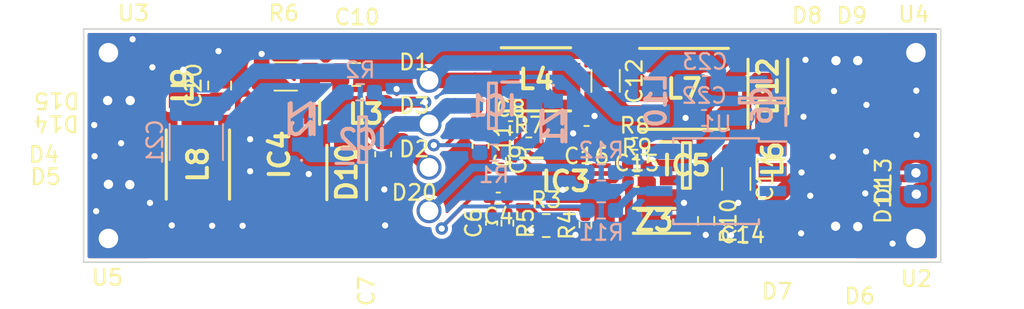
<source format=kicad_pcb>
(kicad_pcb (version 20211014) (generator pcbnew)
  (layers (0 "F.Cu" signal) (1 "In1.Cu" signal) (2 "In2.Cu" signal) (31 "B.Cu" signal) (34 "B.Paste" user) (35 "F.Paste" user) (36 "B.SilkS" user "B.Silkscreen") (37 "F.SilkS" user "F.Silkscreen") (38 "B.Mask" user) (39 "F.Mask" user) (44 "Edge.Cuts" user))
  (net 0 "")
  (net 1 "GND")
  (net 2 "Net-(C11-Pad1)")
  (net 3 "Net-(C4-Pad1)")
  (net 4 "Net-(C4-Pad2)")
  (net 5 "Net-(C6-Pad1)")
  (net 6 "Net-(C7-Pad1)")
  (net 7 "Net-(C8-Pad2)")
  (net 8 "Net-(C9-Pad2)")
  (net 9 "Net-(C10-Pad1)")
  (net 10 "Net-(C12-Pad1)")
  (net 11 "Net-(C14-Pad1)")
  (net 12 "Net-(C15-Pad1)")
  (net 13 "Net-(C17-Pad1)")
  (net 14 "Net-(C20-Pad1)")
  (net 15 "Net-(C22-Pad1)")
  (net 16 "Net-(C23-Pad1)")
  (net 17 "Net-(D3-Pad1)")
  (net 18 "Net-(D4-Pad1)")
  (net 19 "Net-(D5-Pad1)")
  (net 20 "Net-(D7-Pad1)")
  (net 21 "Net-(D10-Pad2)")
  (net 22 "Net-(D11-Pad1)")
  (net 23 "Net-(D12-Pad2)")
  (net 24 "Net-(D13-Pad1)")
  (net 25 "Net-(D15-Pad1)")
  (net 26 "Net-(D20-Pad1)")
  (net 27 "Net-(IC1-Pad1)")
  (net 28 "Net-(IC2-Pad1)")
  (net 29 "Net-(IC3-Pad3)")
  (net 30 "Net-(IC3-Pad8)")
  (net 33 "Net-(IC5-Pad1)")
  (net 34 "Net-(IC5-Pad2)")
  (net 35 "Net-(R11-Pad2)")
  (net 36 "Net-(R12-Pad1)")
  (net 41 "Net-(C16-Pad1)")
  (footprint "libraries:Wire_Pad_01" (layer "F.Cu") (at 102.9716 103.6574 180)
    (fp_text reference "D15")
    (fp_text value "Wire_Pad_01")
  )
  (footprint "Capacitor_SMD:C_0603_1608Metric_Pad1.08x0.95mm_HandSolder" (layer "F.Cu") (at 132.2832 105.801 180)
    (fp_text reference "C16")
    (fp_text value "C")
  )
  (footprint "libraries:INDPM5752X300N" (layer "F.Cu") (at 138.5316 102.9054)
    (fp_text reference "L7")
    (fp_text value "SRP7050AA-220M" hide)
  )
  (footprint "libraries:SOIC127P600X175-9N" (layer "F.Cu") (at 112.5728 107.1372 -90)
    (fp_text reference "IC4")
    (fp_text value "PAM2863ECR" hide)
  )
  (footprint "libraries:INDC2016X80N" (layer "F.Cu") (at 117.856 104.267 180)
    (fp_text reference "L3")
    (fp_text value "SRP4020TA-100M" hide)
  )
  (footprint "Resistor_SMD:R_0603_1608Metric_Pad0.98x0.95mm_HandSolder" (layer "F.Cu") (at 139.954 111.389 -90)
    (fp_text reference "R10")
    (fp_text value "R")
  )
  (footprint "Capacitor_SMD:C_0402_1005Metric_Pad0.74x0.62mm_HandSolder" (layer "F.Cu") (at 126.746 107.452 -90)
    (fp_text reference "C9")
    (fp_text value "C")
  )
  (footprint "mount_holes:Hole_screw_M1p2" (layer "F.Cu") (at 153.416 112.522)
    (fp_text reference "U2")
    (fp_text value "Mounting_Hole_M2")
  )
  (footprint "Capacitor_SMD:C_0805_2012Metric_Pad1.18x1.45mm_HandSolder" (layer "F.Cu") (at 117.5004 101.981)
    (fp_text reference "C10")
    (fp_text value "C")
  )
  (footprint "Resistor_SMD:R_0402_1005Metric_Pad0.72x0.64mm_HandSolder" (layer "F.Cu") (at 127.2032 111.5447 -90)
    (fp_text reference "R5")
    (fp_text value "R")
  )
  (footprint "libraries:Wire_Pad_01" (layer "F.Cu") (at 102.9716 109.0422)
    (fp_text reference "D5")
    (fp_text value "Wire_Pad_01")
  )
  (footprint "libraries:Wire_Pad_01" (layer "F.Cu") (at 148.2598 111.7092)
    (fp_text reference "D7")
    (fp_text value "Wire_Pad_01")
  )
  (footprint "libraries:SOP50P490X110-11N" (layer "F.Cu") (at 130.937 108.849)
    (fp_text reference "IC3")
    (fp_text value "TPS40211QDGQRQ1" hide)
  )
  (footprint "libraries:WireHole_1p2" (layer "F.Cu") (at 122.174 105.156)
    (fp_text reference "D3")
    (fp_text value "WireHole_1p5")
  )
  (footprint "libraries:WireHole_1p2" (layer "F.Cu") (at 122.174 102.362)
    (fp_text reference "D1")
    (fp_text value "WireHole_1p5")
  )
  (footprint "libraries:Wire_Pad_01" (layer "F.Cu") (at 153.416 108.331 90)
    (fp_text reference "D13")
    (fp_text value "Wire_Pad_01")
  )
  (footprint "Resistor_SMD:R_0402_1005Metric_Pad0.72x0.64mm_HandSolder" (layer "F.Cu") (at 135.509 107.833)
    (fp_text reference "R9")
    (fp_text value "R")
  )
  (footprint "libraries:INDPM4441X200N" (layer "F.Cu") (at 129.032 102.2958)
    (fp_text reference "L4")
    (fp_text value "SRP5030T-100M" hide)
  )
  (footprint "libraries:Wire_Pad_01" (layer "F.Cu") (at 101.5746 103.6574 180)
    (fp_text reference "D14")
    (fp_text value "Wire_Pad_01")
  )
  (footprint "libraries:SODFL4626X120N" (layer "F.Cu") (at 116.8908 108.2802 -90)
    (fp_text reference "D10")
    (fp_text value "SS36" hide)
  )
  (footprint "libraries:WireHole_1p2" (layer "F.Cu") (at 122.174 107.95)
    (fp_text reference "D2")
    (fp_text value "WireHole_1p5")
  )
  (footprint "libraries:INDPM4441X200N" (layer "F.Cu") (at 107.3404 107.7722 90)
    (fp_text reference "L8")
    (fp_text value "SRP4020TA-100M" hide)
  )
  (footprint "Resistor_SMD:R_1206_3216Metric_Pad1.30x1.75mm_HandSolder" (layer "F.Cu") (at 112.9792 102.108)
    (fp_text reference "R6")
    (fp_text value "R")
  )
  (footprint "libraries:SOT95P251X112-3N" (layer "F.Cu") (at 138.684 107.833)
    (fp_text reference "IC5")
    (fp_text value "FDN8601" hide)
  )
  (footprint "Capacitor_SMD:C_0603_1608Metric_Pad1.08x0.95mm_HandSolder" (layer "F.Cu") (at 142.4432 112.3034 180)
    (fp_text reference "C14")
    (fp_text value "C")
  )
  (footprint "Capacitor_SMD:C_1206_3216Metric_Pad1.33x1.80mm_HandSolder" (layer "F.Cu") (at 133.5024 102.3974 -90)
    (fp_text reference "C12")
    (fp_text value "C")
  )
  (footprint "Capacitor_SMD:C_0402_1005Metric_Pad0.74x0.62mm_HandSolder" (layer "F.Cu") (at 126.619 109.9312 180)
    (fp_text reference "C4")
    (fp_text value "C")
  )
  (footprint "libraries:Wire_Pad_01" (layer "F.Cu") (at 149.6822 111.7346)
    (fp_text reference "D6")
    (fp_text value "Wire_Pad_01")
  )
  (footprint "Capacitor_SMD:C_0402_1005Metric_Pad0.74x0.62mm_HandSolder" (layer "F.Cu") (at 126.1872 111.5314 90)
    (fp_text reference "C6")
    (fp_text value "C")
  )
  (footprint "libraries:INDC2016X80N" (layer "F.Cu") (at 106.3752 102.6922 90)
    (fp_text reference "L9")
    (fp_text value "TFM201610ALC-R47MTAA" hide)
  )
  (footprint "libraries:Wire_Pad_01" (layer "F.Cu") (at 101.6 109.0422)
    (fp_text reference "D4")
    (fp_text value "Wire_Pad_01")
  )
  (footprint "Capacitor_SMD:C_0402_1005Metric_Pad0.74x0.62mm_HandSolder" (layer "F.Cu") (at 127.4064 105.3438)
    (fp_text reference "C8")
    (fp_text value "C")
  )
  (footprint "mount_holes:Hole_screw_M1p2" (layer "F.Cu") (at 101.6 112.522)
    (fp_text reference "U5")
    (fp_text value "Mounting_Hole_M2")
  )
  (footprint "Capacitor_SMD:C_0603_1608Metric_Pad1.08x0.95mm_HandSolder" (layer "F.Cu") (at 119.2276 107.1118 -90)
    (fp_text reference "C7")
    (fp_text value "C")
  )
  (footprint "mount_holes:Hole_screw_M1p2" (layer "F.Cu") (at 153.416 100.584)
    (fp_text reference "U4")
    (fp_text value "Mounting_Hole_M2")
  )
  (footprint "mount_holes:Hole_screw_M1p2" (layer "F.Cu") (at 101.6 100.584)
    (fp_text reference "U3")
    (fp_text value "Mounting_Hole_M2")
  )
  (footprint "Resistor_SMD:R_0402_1005Metric_Pad0.72x0.64mm_HandSolder" (layer "F.Cu") (at 135.382 106.436)
    (fp_text reference "R8")
    (fp_text value "R")
  )
  (footprint "libraries:WireHole_1p2" (layer "F.Cu") (at 122.174 110.744)
    (fp_text reference "D20")
    (fp_text value "WireHole_1p5")
  )
  (footprint "Resistor_SMD:R_0402_1005Metric_Pad0.72x0.64mm_HandSolder" (layer "F.Cu") (at 128.5748 106.4106)
    (fp_text reference "R7")
    (fp_text value "R")
  )
  (footprint "libraries:Wire_Pad_01" (layer "F.Cu") (at 148.2598 101.092)
    (fp_text reference "D8")
    (fp_text value "Wire_Pad_01")
  )
  (footprint "libraries:SOD3616X130N" (layer "F.Cu") (at 136.6196 111.389 180)
    (fp_text reference "Z3")
    (fp_text value "BZT52-C5V1J" hide)
  )
  (footprint "Capacitor_SMD:C_0805_2012Metric_Pad1.18x1.45mm_HandSolder" (layer "F.Cu") (at 108.7374 102.6922 90)
    (fp_text reference "C20")
    (fp_text value "C")
  )
  (footprint "Capacitor_SMD:C_0402_1005Metric_Pad0.74x0.62mm_HandSolder" (layer "F.Cu") (at 135.509 108.849)
    (fp_text reference "C15")
    (fp_text value "C")
  )
  (footprint "libraries:Wire_Pad_01" (layer "F.Cu") (at 153.3906 109.6772 90)
    (fp_text reference "D11")
    (fp_text value "Wire_Pad_01")
  )
  (footprint "libraries:Wire_Pad_01" (layer "F.Cu") (at 149.7076 101.092)
    (fp_text reference "D9")
    (fp_text value "Wire_Pad_01")
  )
  (footprint "libraries:SODFL4626X120N" (layer "F.Cu") (at 143.9164 102.753 90)
    (fp_text reference "D12")
    (fp_text value "SS36" hide)
  )
  (footprint "Resistor_SMD:R_0402_1005Metric_Pad0.72x0.64mm_HandSolder" (layer "F.Cu") (at 132.207 111.643 90)
    (fp_text reference "R4")
    (fp_text value "R")
  )
  (footprint "Capacitor_SMD:C_0603_1608Metric_Pad1.08x0.95mm_HandSolder" (layer "F.Cu") (at 125.476 106.563 -90)
    (fp_text reference "C11")
    (fp_text value "C")
  )
  (footprint "Capacitor_SMD:C_1206_3216Metric_Pad1.33x1.80mm_HandSolder" (layer "F.Cu") (at 141.8844 108.6966 -90)
    (fp_text reference "C17")
    (fp_text value "C")
  )
  (footprint "libraries:INDC2016X80N" (layer "F.Cu") (at 144.2212 107.4266 90)
    (fp_text reference "L6")
    (fp_text value "TFM201610ALC-R47MTAA" hide)
  )
  (footprint "Resistor_SMD:R_0805_2012Metric_Pad1.20x1.40mm_HandSolder" (layer "F.Cu") (at 129.6924 111.6938)
    (fp_text reference "R3")
    (fp_text value "R")
  )
  (footprint "Resistor_SMD:R_0603_1608Metric_Pad0.98x0.95mm_HandSolder" (layer "B.Cu") (at 126.3415 107.0102)
    (fp_text reference "R1")
    (fp_text value "R")
  )
  (footprint "Capacitor_SMD:C_1812_4532Metric_Pad1.57x3.40mm_HandSolder" (layer "B.Cu") (at 107.2388 106.3244 -90)
    (fp_text reference "C21")
    (fp_text value "C")
  )
  (footprint "Capacitor_SMD:C_0603_1608Metric_Pad1.08x0.95mm_HandSolder" (layer "B.Cu") (at 139.827 104.775 180)
    (fp_text reference "C22")
    (fp_text value "C")
  )
  (footprint "Resistor_SMD:R_0603_1608Metric_Pad0.98x0.95mm_HandSolder" (layer "B.Cu") (at 133.223 108.2802 180)
    (fp_text reference "R12")
    (fp_text value "R")
  )
  (footprint "libraries:SOT95P251X112-3N" (layer "B.Cu") (at 117.9068 106.172)
    (fp_text reference "IC2")
    (fp_text value "FDN8601" hide)
  )
  (footprint "libraries:INDC2016X80N" (layer "B.Cu") (at 136.7282 103.6574 90)
    (fp_text reference "L10")
    (fp_text value "TFM201610ALC-R47MTAA" hide)
  )
  (footprint "libraries:SOT95P251X112-3N" (layer "B.Cu") (at 126.24055 103.9978 180)
    (fp_text reference "IC1")
    (fp_text value "FDN8601" hide)
  )
  (footprint "Package_SO:SOIC-8W_5.3x5.3mm_P1.27mm" (layer "B.Cu") (at 140.589 108.839 180)
    (fp_text reference "U1")
    (fp_text value "ATtiny25-20S")
  )
  (footprint "libraries:BZT52C12J" (layer "B.Cu") (at 130.15215 105.3186 -90)
    (fp_text reference "Z1")
    (fp_text value "BZT52-C12J" hide)
  )
  (footprint "Resistor_SMD:R_0603_1608Metric_Pad0.98x0.95mm_HandSolder" (layer "B.Cu") (at 117.7544 103.124 180)
    (fp_text reference "R2")
    (fp_text value "R")
  )
  (footprint "libraries:BZT52C12J" (layer "B.Cu") (at 113.9952 104.8512 90)
    (fp_text reference "Z2")
    (fp_text value "BZT52-C12J" hide)
  )
  (footprint "Resistor_SMD:R_0603_1608Metric_Pad0.98x0.95mm_HandSolder" (layer "B.Cu") (at 133.223 110.7186)
    (fp_text reference "R11")
    (fp_text value "R")
  )
  (footprint "Capacitor_SMD:C_0603_1608Metric_Pad1.08x0.95mm_HandSolder" (layer "B.Cu") (at 139.8778 102.5906 180)
    (fp_text reference "C23")
    (fp_text value "C")
  )
  (footprint "libraries:SOT96P240X110-3N" (layer "B.Cu") (at 143.5354 103.6574 90)
    (fp_text reference "IC6")
    (fp_text value "ZXTR2105FQ-7" hide)
  )
  (gr_line (start 100.008 114.046) (end 155.008 114.046) (layer "Edge.Cuts") (width 0.1))
  (gr_line (start 155.008 114.046) (end 155.008 99.06) (layer "Edge.Cuts") (width 0.1))
  (gr_line (start 100.008 99.06) (end 155.008 99.06) (layer "Edge.Cuts") (width 0.1))
  (gr_line (start 100.008 99.06) (end 100.008 114.046) (layer "Edge.Cuts") (width 0.1))
  (via (at 130.7592 109.3978) (size 0.8) (drill 0.4) (layers "F.Cu" "B.Cu") (net 1))
  (via (at 114.4524 108.3818) (size 0.8) (drill 0.4) (layers "F.Cu" "B.Cu") (net 1))
  (via (at 128.7272 111.9886) (size 0.8) (drill 0.4) (layers "F.Cu" "B.Cu") (net 1))
  (via (at 146.05 112.1918) (size 0.8) (drill 0.4) (layers "F.Cu" "B.Cu") (net 1))
  (via (at 146.3294 101.0412) (size 0.8) (drill 0.4) (layers "F.Cu" "B.Cu") (net 1))
  (via (at 138.5316 110.236) (size 0.8) (drill 0.4) (layers "F.Cu" "B.Cu") (net 1))
  (via (at 110.6932 108.204) (size 0.8) (drill 0.4) (layers "F.Cu" "B.Cu") (net 1))
  (via (at 146.2024 104.6988) (size 0.8) (drill 0.4) (layers "F.Cu" "B.Cu") (net 1))
  (via (at 100.6856 105.2322) (size 0.8) (drill 0.4) (layers "F.Cu" "B.Cu") (net 1))
  (via (at 131.4196 105.7656) (size 0.8) (drill 0.4) (layers "F.Cu" "B.Cu") (net 1))
  (via (at 150.241 103.9368) (size 0.8) (drill 0.4) (layers "F.Cu" "B.Cu") (net 1))
  (via (at 104.267 110.236) (size 0.8) (drill 0.4) (layers "F.Cu" "B.Cu") (net 1))
  (via (at 119.3546 111.6838) (size 0.8) (drill 0.4) (layers "F.Cu" "B.Cu") (net 1))
  (via (at 139.9286 112.2934) (size 0.8) (drill 0.4) (layers "F.Cu" "B.Cu") (net 1))
  (via (at 104.4194 101.5238) (size 0.8) (drill 0.4) (layers "F.Cu" "B.Cu") (net 1))
  (via (at 108.6612 100.4824) (size 0.8) (drill 0.4) (layers "F.Cu" "B.Cu") (net 1))
  (via (at 151.9174 112.8522) (size 0.8) (drill 0.4) (layers "F.Cu" "B.Cu") (net 1))
  (via (at 105.664 111.6838) (size 0.8) (drill 0.4) (layers "F.Cu" "B.Cu") (net 1))
  (via (at 153.4414 103.0224) (size 0.8) (drill 0.4) (layers "F.Cu" "B.Cu") (net 1))
  (via (at 103.1494 99.7204) (size 0.8) (drill 0.4) (layers "F.Cu" "B.Cu") (net 1))
  (via (at 110.2106 111.7092) (size 0.8) (drill 0.4) (layers "F.Cu" "B.Cu") (net 1))
  (via (at 150.2156 106.934) (size 0.8) (drill 0.4) (layers "F.Cu" "B.Cu") (net 1))
  (via (at 141.5542 112.3188) (size 0.8) (drill 0.4) (layers "F.Cu" "B.Cu") (net 1))
  (via (at 102.4128 106.4006) (size 0.8) (drill 0.4) (layers "F.Cu" "B.Cu") (net 1))
  (via (at 110.6932 106.1466) (size 0.8) (drill 0.4) (layers "F.Cu" "B.Cu") (net 1))
  (via (at 148.082 107.2642) (size 0.8) (drill 0.4) (layers "F.Cu" "B.Cu") (net 1))
  (via (at 153.4668 105.8672) (size 0.8) (drill 0.4) (layers "F.Cu" "B.Cu") (net 1))
  (via (at 100.711 107.2388) (size 0.8) (drill 0.4) (layers "F.Cu" "B.Cu") (net 1))
  (via (at 146.6342 109.7788) (size 0.8) (drill 0.4) (layers "F.Cu" "B.Cu") (net 1))
  (via (at 108.2548 111.7092) (size 0.8) (drill 0.4) (layers "F.Cu" "B.Cu") (net 1))
  (via (at 148.1582 103.0478) (size 0.8) (drill 0.4) (layers "F.Cu" "B.Cu") (net 1))
  (via (at 150.1648 109.6264) (size 0.8) (drill 0.4) (layers "F.Cu" "B.Cu") (net 1))
  (via (at 119.3038 109.3724) (size 0.8) (drill 0.4) (layers "F.Cu" "B.Cu") (net 1))
  (via (at 142.0114 110.236) (size 0.8) (drill 0.4) (layers "F.Cu" "B.Cu") (net 1))
  (via (at 132.7912 104.648) (size 0.8) (drill 0.4) (layers "F.Cu" "B.Cu") (net 1))
  (via (at 138.6332 104.775) (size 0.8) (drill 0.4) (layers "F.Cu" "B.Cu") (net 1))
  (via (at 100.8126 110.7694) (size 0.8) (drill 0.4) (layers "F.Cu" "B.Cu") (net 1))
  (via (at 120.0912 102.9208) (size 0.8) (drill 0.4) (layers "F.Cu" "B.Cu") (net 1))
  (segment (start 127.0158 102.362) (end 125.1458 102.362) (width 1) (layer "F.Cu") (net 2))
  (segment (start 125.1458 102.362) (end 122.174 102.362) (width 1) (layer "F.Cu") (net 2))
  (segment (start 125.4633 104.3051) (end 125.4633 102.6795) (width 0.25) (layer "F.Cu") (net 2))
  (segment (start 123.2408 106.5276) (end 125.4633 104.3051) (width 0.25) (layer "F.Cu") (net 2))
  (segment (start 127.082 102.2958) (end 127.0158 102.362) (width 1) (layer "F.Cu") (net 2))
  (segment (start 125.4633 102.6795) (end 125.1458 102.362) (width 0.25) (layer "F.Cu") (net 2))
  (segment (start 122.4788 106.5276) (end 123.2408 106.5276) (width 0.25) (layer "F.Cu") (net 2))
  (via (at 122.4788 106.5276) (size 0.8) (drill 0.4) (layers "F.Cu" "B.Cu") (net 2))
  (segment (start 122.174 102.3112) (end 122.174 102.362) (width 1) (layer "B.Cu") (net 2))
  (segment (start 108.6397 104.1869) (end 111.0488 101.7778) (width 1) (layer "B.Cu") (net 2))
  (segment (start 122.4788 106.5276) (end 124.80985 106.5276) (width 0.25) (layer "B.Cu") (net 2))
  (segment (start 124.80985 106.5276) (end 125.42965 107.1474) (width 0.25) (layer "B.Cu") (net 2))
  (segment (start 136.7282 104.5074) (end 134.3016 104.5074) (width 1) (layer "B.Cu") (net 2))
  (segment (start 107.2388 104.1869) (end 108.6397 104.1869) (width 1) (layer "B.Cu") (net 2))
  (segment (start 123.2408 101.2444) (end 122.174 102.3112) (width 1) (layer "B.Cu") (net 2))
  (segment (start 134.3016 104.5074) (end 131.0386 101.2444) (width 1) (layer "B.Cu") (net 2))
  (segment (start 111.0488 101.7778) (end 121.5898 101.7778) (width 1) (layer "B.Cu") (net 2))
  (segment (start 131.0386 101.2444) (end 123.2408 101.2444) (width 1) (layer "B.Cu") (net 2))
  (segment (start 121.5898 101.7778) (end 122.174 102.362) (width 1) (layer "B.Cu") (net 2))
  (segment (start 129.50648 110.61848) (end 128.737 109.849) (width 0.25) (layer "F.Cu") (net 3))
  (segment (start 128.721 109.865) (end 128.737 109.849) (width 0.25) (layer "F.Cu") (net 3))
  (segment (start 127.1865 110.7627) (end 127.254 110.8302) (width 0.25) (layer "F.Cu") (net 3))
  (segment (start 127.1865 109.865) (end 128.721 109.865) (width 0.25) (layer "F.Cu") (net 3))
  (segment (start 127.1865 109.7767) (end 127.1865 110.7627) (width 0.25) (layer "F.Cu") (net 3))
  (segment (start 131.77998 110.61848) (end 129.50648 110.61848) (width 0.25) (layer "F.Cu") (net 3))
  (segment (start 132.207 111.0455) (end 131.77998 110.61848) (width 0.25) (layer "F.Cu") (net 3))
  (segment (start 126.238 109.9632) (end 126.0515 109.7767) (width 0.25) (layer "F.Cu") (net 4))
  (segment (start 127.546343 109.2454) (end 127.649943 109.349) (width 0.25) (layer "F.Cu") (net 4))
  (segment (start 126.0515 109.7767) (end 126.5828 109.2454) (width 0.25) (layer "F.Cu") (net 4))
  (segment (start 126.238 110.8602) (end 126.238 109.9632) (width 0.25) (layer "F.Cu") (net 4))
  (segment (start 127.649943 109.349) (end 128.737 109.349) (width 0.25) (layer "F.Cu") (net 4))
  (segment (start 126.5828 109.2454) (end 127.546343 109.2454) (width 0.25) (layer "F.Cu") (net 4))
  (segment (start 127.254 112.0252) (end 126.268 112.0252) (width 0.25) (layer "F.Cu") (net 5))
  (segment (start 126.268 112.0252) (end 126.238 111.9952) (width 0.25) (layer "F.Cu") (net 5))
  (segment (start 120.6246 103.759) (end 120.363289 104.020311) (width 0.7) (layer "F.Cu") (net 6))
  (segment (start 119.425256 103.8098) (end 119.1632 103.8098) (width 1) (layer "F.Cu") (net 6))
  (segment (start 122.174 107.95) (end 120.4733 106.2493) (width 1) (layer "F.Cu") (net 6))
  (segment (start 118.706 105.7277) (end 119.2276 106.2493) (width 1) (layer "F.Cu") (net 6))
  (segment (start 120.4733 106.2493) (end 119.2276 106.2493) (width 1) (layer "F.Cu") (net 6))
  (segment (start 119.635767 104.020311) (end 119.425256 103.8098) (width 1) (layer "F.Cu") (net 6))
  (segment (start 119.1632 103.8098) (end 118.706 104.267) (width 1) (layer "F.Cu") (net 6))
  (segment (start 118.706 104.267) (end 118.706 105.7277) (width 1) (layer "F.Cu") (net 6))
  (segment (start 121.92 103.759) (end 120.6246 103.759) (width 0.7) (layer "F.Cu") (net 6))
  (segment (start 120.363289 104.020311) (end 119.635767 104.020311) (width 0.7) (layer "F.Cu") (net 6))
  (via (at 121.92 103.759) (size 0.8) (drill 0.4) (layers "F.Cu" "B.Cu") (net 6))
  (segment (start 121.908689 103.770311) (end 119.313211 103.770311) (width 0.5) (layer "B.Cu") (net 6))
  (segment (start 119.313211 103.770311) (end 118.6669 103.124) (width 0.5) (layer "B.Cu") (net 6))
  (segment (start 121.92 103.759) (end 121.908689 103.770311) (width 0.5) (layer "B.Cu") (net 6))
  (segment (start 127.9739 106.4072) (end 127.9773 106.4106) (width 0.25) (layer "F.Cu") (net 7))
  (segment (start 127.9773 106.4106) (end 127.9773 107.0893) (width 0.25) (layer "F.Cu") (net 7))
  (segment (start 127.9773 107.0893) (end 128.737 107.849) (width 0.25) (layer "F.Cu") (net 7))
  (segment (start 127.9739 105.3438) (end 127.9739 106.4072) (width 0.25) (layer "F.Cu") (net 7))
  (segment (start 127.577499 108.0195) (end 126.746 108.0195) (width 0.25) (layer "F.Cu") (net 8))
  (segment (start 128.737 108.349) (end 127.906999 108.349) (width 0.25) (layer "F.Cu") (net 8))
  (segment (start 127.906999 108.349) (end 127.577499 108.0195) (width 0.25) (layer "F.Cu") (net 8))
  (segment (start 114.4778 104.4252) (end 116.8478 104.4252) (width 1) (layer "F.Cu") (net 9))
  (segment (start 116.4629 101.981) (end 114.6562 101.981) (width 1) (layer "F.Cu") (net 9))
  (segment (start 116.8908 106.3802) (end 116.8908 104.3822) (width 1) (layer "F.Cu") (net 9))
  (segment (start 116.4629 103.6867) (end 116.4629 101.981) (width 1) (layer "F.Cu") (net 9))
  (segment (start 117.006 104.267) (end 117.006 104.2298) (width 1) (layer "F.Cu") (net 9))
  (segment (start 116.8478 104.4252) (end 117.006 104.267) (width 1) (layer "F.Cu") (net 9))
  (segment (start 116.8908 104.3822) (end 117.006 104.267) (width 1) (layer "F.Cu") (net 9))
  (segment (start 114.6562 101.981) (end 114.5292 102.108) (width 1) (layer "F.Cu") (net 9))
  (segment (start 117.006 104.2298) (end 116.4629 103.6867) (width 1) (layer "F.Cu") (net 9))
  (segment (start 133.5024 102.0418) (end 133.7564 102.2958) (width 1) (layer "F.Cu") (net 10))
  (segment (start 133.5024 100.8349) (end 133.5024 102.0418) (width 1) (layer "F.Cu") (net 10))
  (segment (start 130.982 102.2958) (end 133.7564 102.2958) (width 1) (layer "F.Cu") (net 10))
  (segment (start 133.7564 102.2958) (end 135.522 102.2958) (width 1) (layer "F.Cu") (net 10))
  (segment (start 135.522 102.2958) (end 136.1316 102.9054) (width 1) (layer "F.Cu") (net 10))
  (segment (start 146.0754 108.2802) (end 144.2212 110.1344) (width 1) (layer "F.Cu") (net 11))
  (segment (start 144.2212 110.1344) (end 144.2212 111.3879) (width 1) (layer "F.Cu") (net 11))
  (segment (start 144.2212 111.3879) (end 143.3057 112.3034) (width 1) (layer "F.Cu") (net 11))
  (via (at 146.0754 108.2802) (size 0.8) (drill 0.4) (layers "F.Cu" "B.Cu") (net 11))
  (via (at 149.6822 101.092) (size 0.8) (drill 0.6) (layers "F.Cu" "B.Cu") (net 11))
  (segment (start 134.9836 109.349) (end 135.0264 109.3062) (width 0.25) (layer "F.Cu") (net 12))
  (segment (start 135.002 108.9095) (end 134.9415 108.849) (width 0.5) (layer "F.Cu") (net 12))
  (segment (start 134.9115 108.819) (end 134.9415 108.849) (width 0.25) (layer "F.Cu") (net 12))
  (segment (start 134.9115 107.833) (end 134.9115 108.819) (width 0.5) (layer "F.Cu") (net 12))
  (segment (start 135.002 111.389) (end 135.002 108.9095) (width 0.5) (layer "F.Cu") (net 12))
  (segment (start 133.137 109.349) (end 134.9836 109.349) (width 0.25) (layer "F.Cu") (net 12))
  (segment (start 143.1544 110.864093) (end 143.1544 109.201111) (width 0.25) (layer "F.Cu") (net 13))
  (segment (start 142.629493 111.389) (end 143.1544 110.864093) (width 0.25) (layer "F.Cu") (net 13))
  (segment (start 141.8844 107.931111) (end 141.8844 107.1341) (width 0.25) (layer "F.Cu") (net 13))
  (segment (start 143.9164 104.653) (end 143.9164 106.2718) (width 1) (layer "F.Cu") (net 13))
  (segment (start 138.302 111.389) (end 142.629493 111.389) (width 0.25) (layer "F.Cu") (net 13))
  (segment (start 141.8844 107.1341) (end 142.4419 106.5766) (width 0.25) (layer "F.Cu") (net 13))
  (segment (start 143.9164 106.2718) (end 144.2212 106.5766) (width 1) (layer "F.Cu") (net 13))
  (segment (start 142.4419 106.5766) (end 144.13748 106.5766) (width 1) (layer "F.Cu") (net 13))
  (segment (start 143.1544 109.201111) (end 141.8844 107.931111) (width 0.25) (layer "F.Cu") (net 13))
  (segment (start 107.3404 103.759) (end 107.3697 103.7297) (width 1) (layer "F.Cu") (net 14))
  (segment (start 107.3697 103.7297) (end 106.5627 103.7297) (width 1) (layer "F.Cu") (net 14))
  (segment (start 108.7374 103.7297) (end 107.3697 103.7297) (width 1) (layer "F.Cu") (net 14))
  (segment (start 106.5627 103.7297) (end 106.3752 103.5422) (width 1) (layer "F.Cu") (net 14))
  (segment (start 107.3404 105.8222) (end 107.3404 103.759) (width 1) (layer "F.Cu") (net 14))
  (segment (start 136.939 106.934) (end 139.8524 106.934) (width 1) (layer "B.Cu") (net 15))
  (segment (start 140.6906 104.7761) (end 140.6895 104.775) (width 1) (layer "B.Cu") (net 15))
  (segment (start 142.2822 104.7074) (end 142.5754 104.7074) (width 1) (layer "B.Cu") (net 15))
  (segment (start 142.2146 104.775) (end 142.2822 104.7074) (width 1) (layer "B.Cu") (net 15))
  (segment (start 139.8524 106.934) (end 140.6906 106.0958) (width 1) (layer "B.Cu") (net 15))
  (segment (start 140.6895 104.775) (end 142.2146 104.775) (width 1) (layer "B.Cu") (net 15))
  (segment (start 140.6906 106.0958) (end 140.6906 104.7761) (width 1) (layer "B.Cu") (net 15))
  (segment (start 137.7442 101.219) (end 140.1318 101.219) (width 1) (layer "B.Cu") (net 16))
  (segment (start 140.1318 101.219) (end 140.7403 101.8275) (width 1) (layer "B.Cu") (net 16))
  (segment (start 136.7282 102.235) (end 137.7442 101.219) (width 1) (layer "B.Cu") (net 16))
  (segment (start 140.7403 101.8275) (end 140.7403 102.5906) (width 1) (layer "B.Cu") (net 16))
  (segment (start 136.7282 102.8074) (end 136.7282 102.235) (width 1) (layer "B.Cu") (net 16))
  (segment (start 143.5186 102.5906) (end 143.5354 102.6074) (width 1) (layer "B.Cu") (net 16))
  (segment (start 140.7403 102.5906) (end 143.5186 102.5906) (width 1) (layer "B.Cu") (net 16))
  (segment (start 120.65 105.156) (end 120.0728 105.156) (width 1) (layer "B.Cu") (net 17))
  (segment (start 123.8402 103.9978) (end 123.3322 103.9978) (width 1) (layer "B.Cu") (net 17))
  (segment (start 122.174 105.156) (end 120.65 105.156) (width 1) (layer "B.Cu") (net 17))
  (segment (start 123.3322 103.9978) (end 122.174 105.156) (width 1) (layer "B.Cu") (net 17))
  (segment (start 125.09055 103.9978) (end 123.8402 103.9978) (width 1) (layer "B.Cu") (net 17))
  (segment (start 120.0728 105.156) (end 119.0568 106.172) (width 1) (layer "B.Cu") (net 17))
  (segment (start 130.667 111.643) (end 131.3274 112.3034) (width 0.25) (layer "F.Cu") (net 18))
  (segment (start 132.1441 112.3034) (end 132.207 112.2405) (width 0.25) (layer "F.Cu") (net 18))
  (segment (start 131.3274 112.3034) (end 132.1441 112.3034) (width 0.25) (layer "F.Cu") (net 18))
  (via (at 131.572 112.2934) (size 0.8) (drill 0.4) (layers "F.Cu" "B.Cu") (net 18))
  (via (at 101.6 109.0422) (size 0.8) (drill 0.6) (layers "F.Cu" "B.Cu") (net 18))
  (segment (start 104.521 113.1824) (end 103.6828 112.3442) (width 0.5) (layer "F.Cu") (net 19))
  (segment (start 103.6828 112.3442) (end 103.6828 111.1504) (width 0.5) (layer "F.Cu") (net 19))
  (segment (start 138.6586 113.1824) (end 104.521 113.1824) (width 0.5) (layer "F.Cu") (net 19))
  (segment (start 103.6828 111.1504) (end 103.6574 111.1504) (width 0.5) (layer "F.Cu") (net 19))
  (segment (start 149.0726 113.3602) (end 138.8364 113.3602) (width 0.5) (layer "F.Cu") (net 19))
  (segment (start 138.8364 113.3602) (end 138.6586 113.1824) (width 0.5) (layer "F.Cu") (net 19))
  (segment (start 102.9716 110.4646) (end 102.9716 109.0676) (width 0.5) (layer "F.Cu") (net 19))
  (segment (start 149.6822 111.76) (end 149.6822 112.7506) (width 0.5) (layer "F.Cu") (net 19))
  (segment (start 149.6822 112.7506) (end 149.0726 113.3602) (width 0.5) (layer "F.Cu") (net 19))
  (segment (start 103.6574 111.1504) (end 102.9716 110.4646) (width 0.5) (layer "F.Cu") (net 19))
  (via (at 149.6822 111.76) (size 0.8) (drill 0.6) (layers "F.Cu" "B.Cu") (net 19))
  (via (at 102.9716 109.0676) (size 0.8) (drill 0.6) (layers "F.Cu" "B.Cu") (net 19))
  (segment (start 147.9648 111.4962) (end 147.9648 111.7346) (width 0.5) (layer "F.Cu") (net 20))
  (segment (start 148.971 110.49) (end 147.9648 111.4962) (width 0.5) (layer "F.Cu") (net 20))
  (segment (start 148.2852 101.092) (end 148.2852 101.479581) (width 0.5) (layer "F.Cu") (net 20))
  (segment (start 148.2852 101.479581) (end 148.971 102.165381) (width 0.5) (layer "F.Cu") (net 20))
  (segment (start 148.971 102.165381) (end 148.971 110.49) (width 0.5) (layer "F.Cu") (net 20))
  (via (at 148.2598 111.7346) (size 0.8) (drill 0.6) (layers "F.Cu" "B.Cu") (net 20))
  (via (at 148.2852 101.092) (size 0.8) (drill 0.6) (layers "F.Cu" "B.Cu") (net 20))
  (segment (start 116.8908 110.1802) (end 116.8908 110.617) (width 1) (layer "F.Cu") (net 21))
  (segment (start 107.3404 109.7222) (end 110.5408 109.7222) (width 1) (layer "F.Cu") (net 21))
  (segment (start 111.6076 110.1794) (end 111.9378 109.8492) (width 1) (layer "F.Cu") (net 21))
  (segment (start 116.8908 110.617) (end 115.7224 111.7854) (width 1) (layer "F.Cu") (net 21))
  (segment (start 110.6678 109.8492) (end 111.2774 109.8492) (width 1) (layer "F.Cu") (net 21))
  (segment (start 111.6076 111.1758) (end 111.6076 110.1794) (width 1) (layer "F.Cu") (net 21))
  (segment (start 112.2172 111.7854) (end 111.6076 111.1758) (width 1) (layer "F.Cu") (net 21))
  (segment (start 110.5408 109.7222) (end 110.6678 109.8492) (width 1) (layer "F.Cu") (net 21))
  (segment (start 115.7224 111.7854) (end 112.2172 111.7854) (width 1) (layer "F.Cu") (net 21))
  (segment (start 111.2774 109.8492) (end 111.6076 110.1794) (width 1) (layer "F.Cu") (net 21))
  (segment (start 111.4298 100.6602) (end 111.4292 100.6608) (width 1) (layer "F.Cu") (net 22))
  (segment (start 113.2078 103.208678) (end 112.107122 102.108) (width 1) (layer "F.Cu") (net 22))
  (segment (start 112.107122 102.108) (end 111.4292 102.108) (width 1) (layer "F.Cu") (net 22))
  (segment (start 111.4292 100.6608) (end 111.4292 102.108) (width 1) (layer "F.Cu") (net 22))
  (segment (start 113.2078 104.4252) (end 113.2078 103.208678) (width 1) (layer "F.Cu") (net 22))
  (via (at 153.4414 109.6772) (size 0.8) (drill 0.6) (layers "F.Cu" "B.Cu") (net 22))
  (via (at 111.4298 100.6602) (size 0.8) (drill 0.4) (layers "F.Cu" "B.Cu") (net 22))
  (segment (start 140.9316 102.9054) (end 142.984 100.853) (width 1) (layer "F.Cu") (net 23))
  (segment (start 139.834 104.003) (end 140.9316 102.9054) (width 1) (layer "F.Cu") (net 23))
  (segment (start 139.834 107.833) (end 139.834 104.003) (width 1) (layer "F.Cu") (net 23))
  (segment (start 142.984 100.853) (end 143.76248 100.853) (width 1) (layer "F.Cu") (net 23))
  (segment (start 104.755311 99.638489) (end 104.755311 99.663889) (width 0.5) (layer "F.Cu") (net 24))
  (segment (start 152.9588 108.6612) (end 153.416 108.204) (width 0.5) (layer "F.Cu") (net 24))
  (segment (start 101.5746 102.8446) (end 101.5746 103.6574) (width 0.5) (layer "F.Cu") (net 24))
  (segment (start 151.9936 108.6612) (end 152.9588 108.6612) (width 0.5) (layer "F.Cu") (net 24))
  (segment (start 104.755311 99.663889) (end 101.5746 102.8446) (width 0.5) (layer "F.Cu") (net 24))
  (segment (start 151.5872 100.2284) (end 151.5872 108.2548) (width 0.5) (layer "F.Cu") (net 24))
  (segment (start 150.997289 99.638489) (end 104.780711 99.638489) (width 0.5) (layer "F.Cu") (net 24))
  (segment (start 101.5746 103.6574) (end 101.4984 103.6574) (width 0.5) (layer "F.Cu") (net 24))
  (segment (start 101.3968 103.2764) (end 101.3968 103.6574) (width 0.5) (layer "F.Cu") (net 24))
  (segment (start 151.003 99.6442) (end 151.5872 100.2284) (width 0.5) (layer "F.Cu") (net 24))
  (segment (start 151.5872 108.2548) (end 151.9936 108.6612) (width 0.5) (layer "F.Cu") (net 24))
  (via (at 101.5492 103.6574) (size 0.8) (drill 0.6) (layers "F.Cu" "B.Cu") (net 24))
  (via (at 153.416 108.3056) (size 0.8) (drill 0.6) (layers "F.Cu" "B.Cu") (net 24))
  (via (at 106.4006 101.6762) (size 0.8) (drill 0.4) (layers "F.Cu" "B.Cu") (net 25))
  (via (at 102.997 103.6574) (size 0.8) (drill 0.6) (layers "F.Cu" "B.Cu") (net 25))
  (segment (start 124.94914 107.96886) (end 122.174 110.744) (width 0.5) (layer "B.Cu") (net 26))
  (segment (start 131.99916 107.96886) (end 124.94914 107.96886) (width 0.5) (layer "B.Cu") (net 26))
  (segment (start 132.3105 108.2802) (end 131.99916 107.96886) (width 0.5) (layer "B.Cu") (net 26))
  (segment (start 129.40345 103.0478) (end 127.39055 103.0478) (width 1) (layer "B.Cu") (net 27))
  (segment (start 130.15215 103.6836) (end 130.03925 103.6836) (width 1) (layer "B.Cu") (net 27))
  (segment (start 130.03925 103.6836) (end 129.40345 103.0478) (width 1) (layer "B.Cu") (net 27))
  (segment (start 128.93105 103.5202) (end 129.40345 103.0478) (width 1) (layer "B.Cu") (net 27))
  (segment (start 128.93105 105.9282) (end 128.93105 103.5202) (width 1) (layer "B.Cu") (net 27))
  (segment (start 127.254 107.0102) (end 127.84905 107.0102) (width 1) (layer "B.Cu") (net 27))
  (segment (start 127.84905 107.0102) (end 128.93105 105.9282) (width 1) (layer "B.Cu") (net 27))
  (segment (start 116.8419 103.124) (end 116.586 103.124) (width 1) (layer "B.Cu") (net 28))
  (segment (start 114.874 104.836) (end 114.874 107.122) (width 1) (layer "B.Cu") (net 28))
  (segment (start 116.586 103.124) (end 114.874 104.836) (width 1) (layer "B.Cu") (net 28))
  (segment (start 116.7568 107.122) (end 114.874 107.122) (width 1) (layer "B.Cu") (net 28))
  (segment (start 114.874 107.122) (end 114.631 107.122) (width 1) (layer "B.Cu") (net 28))
  (segment (start 114.631 107.122) (end 113.9952 106.4862) (width 1) (layer "B.Cu") (net 28))
  (segment (start 126.0602 108.7374) (end 127.674061 108.7374) (width 0.25) (layer "F.Cu") (net 29))
  (segment (start 127.785661 108.849) (end 128.737 108.849) (width 0.25) (layer "F.Cu") (net 29))
  (segment (start 122.9868 111.887) (end 122.9868 111.816801) (width 0.25) (layer "F.Cu") (net 29))
  (segment (start 127.674061 108.7374) (end 127.785661 108.849) (width 0.25) (layer "F.Cu") (net 29))
  (segment (start 122.9868 111.816801) (end 126.058521 108.74508) (width 0.25) (layer "F.Cu") (net 29))
  (via (at 122.9868 111.887) (size 0.8) (drill 0.4) (layers "F.Cu" "B.Cu") (net 29))
  (segment (start 122.9868 111.7854) (end 124.3076 110.4646) (width 0.25) (layer "B.Cu") (net 29))
  (segment (start 132.0565 110.4646) (end 132.3105 110.7186) (width 0.25) (layer "B.Cu") (net 29))
  (segment (start 124.3076 110.4646) (end 132.0565 110.4646) (width 0.25) (layer "B.Cu") (net 29))
  (segment (start 122.9868 111.887) (end 122.9868 111.7854) (width 0.25) (layer "B.Cu") (net 29))
  (segment (start 133.137 108.849) (end 134.112 108.849) (width 0.25) (layer "F.Cu") (net 30))
  (segment (start 134.22948 107.11802) (end 134.7845 106.563) (width 0.25) (layer "F.Cu") (net 30))
  (segment (start 134.112 108.849) (end 134.22948 108.73152) (width 0.25) (layer "F.Cu") (net 30))
  (segment (start 134.22948 108.73152) (end 134.22948 107.11802) (width 0.25) (layer "F.Cu") (net 30))
  (segment (start 137.353 106.883) (end 137.033 106.563) (width 0.25) (layer "F.Cu") (net 33))
  (segment (start 137.534 106.883) (end 137.353 106.883) (width 0.25) (layer "F.Cu") (net 33))
  (segment (start 137.033 106.563) (end 135.9795 106.563) (width 0.25) (layer "F.Cu") (net 33))
  (segment (start 136.1065 107.706) (end 136.271 107.706) (width 0.25) (layer "F.Cu") (net 34))
  (segment (start 137.348 108.783) (end 137.534 108.783) (width 0.25) (layer "F.Cu") (net 34))
  (segment (start 137.534 108.783) (end 138.6047 108.783) (width 0.25) (layer "F.Cu") (net 34))
  (segment (start 138.6047 108.783) (end 139.9915 110.1698) (width 0.25) (layer "F.Cu") (net 34))
  (segment (start 136.271 107.706) (end 137.348 108.783) (width 0.25) (layer "F.Cu") (net 34))
  (segment (start 136.939 109.474) (end 135.3801 109.474) (width 0.5) (layer "B.Cu") (net 35))
  (segment (start 135.3801 109.474) (end 134.1355 110.7186) (width 0.5) (layer "B.Cu") (net 35))
  (segment (start 134.1355 108.2802) (end 136.8628 108.2802) (width 0.5) (layer "B.Cu") (net 36))
  (segment (start 136.8628 108.2802) (end 136.939 108.204) (width 0.5) (layer "B.Cu") (net 36))
  (segment (start 129.1723 106.4106) (end 129.4869 106.7252) (width 0.25) (layer "F.Cu") (net 41))
  (segment (start 133.1457 105.801) (end 133.137 105.8097) (width 0.25) (layer "F.Cu") (net 41))
  (segment (start 133.137 107.7216) (end 133.1468 107.7314) (width 0.5) (layer "F.Cu") (net 41))
  (segment (start 133.137 105.8097) (end 133.137 107.7216) (width 0.5) (layer "F.Cu") (net 41))
  (segment (start 133.1468 107.7314) (end 133.1468 107.8392) (width 0.25) (layer "F.Cu") (net 41))
  (segment (start 129.4869 106.7252) (end 133.137 106.7252) (width 0.25) (layer "F.Cu") (net 41))
  (segment (start 133.1468 107.8392) (end 133.137 107.849) (width 0.25) (layer "F.Cu") (net 41))
  (zone (net 1) (net_name "GND") (layers "F.Cu" "In1.Cu" "In2.Cu" "B.Cu") (connect_pads yes (clearance 0.254)) (min_thickness 0.2) (fill yes (thermal_gap 0.254) (thermal_bridge_width 0.254))
    (polygon (pts (xy 154.9908 114.0206) (xy 100.0252 114.046) (xy 100.0252 99.0854) (xy 154.9908 99.0854)))
  )
)
</source>
